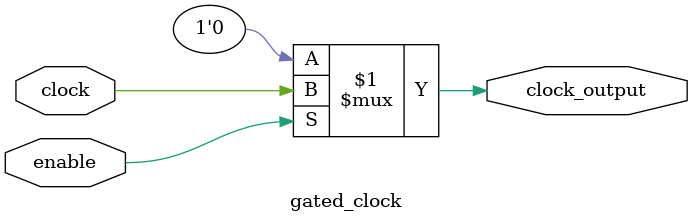
<source format=v>
module gated_clock(
    input clock,
    input enable,
    output reg clock_output
);

assign clock_output = enable ? clock : 1'b0;

endmodule
`resetall

</source>
